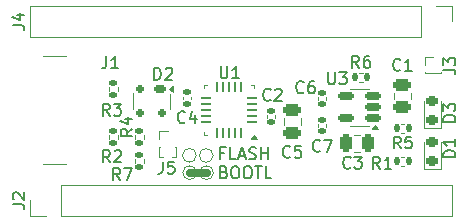
<source format=gbr>
%TF.GenerationSoftware,KiCad,Pcbnew,8.0.8*%
%TF.CreationDate,2025-02-10T14:02:50+00:00*%
%TF.ProjectId,stm32c071devboard,73746d33-3263-4303-9731-646576626f61,rev?*%
%TF.SameCoordinates,Original*%
%TF.FileFunction,Legend,Top*%
%TF.FilePolarity,Positive*%
%FSLAX46Y46*%
G04 Gerber Fmt 4.6, Leading zero omitted, Abs format (unit mm)*
G04 Created by KiCad (PCBNEW 8.0.8) date 2025-02-10 14:02:50*
%MOMM*%
%LPD*%
G01*
G04 APERTURE LIST*
G04 Aperture macros list*
%AMRoundRect*
0 Rectangle with rounded corners*
0 $1 Rounding radius*
0 $2 $3 $4 $5 $6 $7 $8 $9 X,Y pos of 4 corners*
0 Add a 4 corners polygon primitive as box body*
4,1,4,$2,$3,$4,$5,$6,$7,$8,$9,$2,$3,0*
0 Add four circle primitives for the rounded corners*
1,1,$1+$1,$2,$3*
1,1,$1+$1,$4,$5*
1,1,$1+$1,$6,$7*
1,1,$1+$1,$8,$9*
0 Add four rect primitives between the rounded corners*
20,1,$1+$1,$2,$3,$4,$5,0*
20,1,$1+$1,$4,$5,$6,$7,0*
20,1,$1+$1,$6,$7,$8,$9,0*
20,1,$1+$1,$8,$9,$2,$3,0*%
%AMFreePoly0*
4,1,14,0.230680,0.111820,0.364320,-0.021820,0.377500,-0.053640,0.377500,-0.080000,0.364320,-0.111820,0.332500,-0.125000,-0.332500,-0.125000,-0.364320,-0.111820,-0.377500,-0.080000,-0.377500,0.080000,-0.364320,0.111820,-0.332500,0.125000,0.198860,0.125000,0.230680,0.111820,0.230680,0.111820,$1*%
%AMFreePoly1*
4,1,14,0.364320,0.111820,0.377500,0.080000,0.377500,0.053640,0.364320,0.021820,0.230680,-0.111820,0.198860,-0.125000,-0.332500,-0.125000,-0.364320,-0.111820,-0.377500,-0.080000,-0.377500,0.080000,-0.364320,0.111820,-0.332500,0.125000,0.332500,0.125000,0.364320,0.111820,0.364320,0.111820,$1*%
%AMFreePoly2*
4,1,14,0.111820,0.364320,0.125000,0.332500,0.125000,-0.332500,0.111820,-0.364320,0.080000,-0.377500,-0.080000,-0.377500,-0.111820,-0.364320,-0.125000,-0.332500,-0.125000,0.198860,-0.111820,0.230680,0.021820,0.364320,0.053640,0.377500,0.080000,0.377500,0.111820,0.364320,0.111820,0.364320,$1*%
%AMFreePoly3*
4,1,14,-0.021820,0.364320,0.111820,0.230680,0.125000,0.198860,0.125000,-0.332500,0.111820,-0.364320,0.080000,-0.377500,-0.080000,-0.377500,-0.111820,-0.364320,-0.125000,-0.332500,-0.125000,0.332500,-0.111820,0.364320,-0.080000,0.377500,-0.053640,0.377500,-0.021820,0.364320,-0.021820,0.364320,$1*%
%AMFreePoly4*
4,1,14,0.364320,0.111820,0.377500,0.080000,0.377500,-0.080000,0.364320,-0.111820,0.332500,-0.125000,-0.198860,-0.125000,-0.230680,-0.111820,-0.364320,0.021820,-0.377500,0.053640,-0.377500,0.080000,-0.364320,0.111820,-0.332500,0.125000,0.332500,0.125000,0.364320,0.111820,0.364320,0.111820,$1*%
%AMFreePoly5*
4,1,14,0.364320,0.111820,0.377500,0.080000,0.377500,-0.080000,0.364320,-0.111820,0.332500,-0.125000,-0.332500,-0.125000,-0.364320,-0.111820,-0.377500,-0.080000,-0.377500,-0.053640,-0.364320,-0.021820,-0.230680,0.111820,-0.198860,0.125000,0.332500,0.125000,0.364320,0.111820,0.364320,0.111820,$1*%
%AMFreePoly6*
4,1,14,0.111820,0.364320,0.125000,0.332500,0.125000,-0.198860,0.111820,-0.230680,-0.021820,-0.364320,-0.053640,-0.377500,-0.080000,-0.377500,-0.111820,-0.364320,-0.125000,-0.332500,-0.125000,0.332500,-0.111820,0.364320,-0.080000,0.377500,0.080000,0.377500,0.111820,0.364320,0.111820,0.364320,$1*%
%AMFreePoly7*
4,1,14,0.111820,0.364320,0.125000,0.332500,0.125000,-0.332500,0.111820,-0.364320,0.080000,-0.377500,0.053640,-0.377500,0.021820,-0.364320,-0.111820,-0.230680,-0.125000,-0.198860,-0.125000,0.332500,-0.111820,0.364320,-0.080000,0.377500,0.080000,0.377500,0.111820,0.364320,0.111820,0.364320,$1*%
G04 Aperture macros list end*
%ADD10C,0.100000*%
%ADD11C,0.700000*%
%ADD12C,0.200000*%
%ADD13C,0.150000*%
%ADD14C,0.120000*%
%ADD15RoundRect,0.140000X0.170000X-0.140000X0.170000X0.140000X-0.170000X0.140000X-0.170000X-0.140000X0*%
%ADD16RoundRect,0.250000X0.475000X-0.250000X0.475000X0.250000X-0.475000X0.250000X-0.475000X-0.250000X0*%
%ADD17FreePoly0,180.000000*%
%ADD18RoundRect,0.062500X0.375000X0.062500X-0.375000X0.062500X-0.375000X-0.062500X0.375000X-0.062500X0*%
%ADD19FreePoly1,180.000000*%
%ADD20FreePoly2,180.000000*%
%ADD21RoundRect,0.062500X0.062500X0.375000X-0.062500X0.375000X-0.062500X-0.375000X0.062500X-0.375000X0*%
%ADD22FreePoly3,180.000000*%
%ADD23FreePoly4,180.000000*%
%ADD24FreePoly5,180.000000*%
%ADD25FreePoly6,180.000000*%
%ADD26FreePoly7,180.000000*%
%ADD27RoundRect,0.135000X0.185000X-0.135000X0.185000X0.135000X-0.185000X0.135000X-0.185000X-0.135000X0*%
%ADD28C,0.650000*%
%ADD29R,1.145000X0.600000*%
%ADD30R,1.240000X0.300000*%
%ADD31O,2.100000X1.000000*%
%ADD32O,1.800000X1.000000*%
%ADD33RoundRect,0.135000X-0.185000X0.135000X-0.185000X-0.135000X0.185000X-0.135000X0.185000X0.135000X0*%
%ADD34O,0.860000X0.770000*%
%ADD35RoundRect,0.250000X-0.250000X-0.475000X0.250000X-0.475000X0.250000X0.475000X-0.250000X0.475000X0*%
%ADD36RoundRect,0.135000X0.135000X0.185000X-0.135000X0.185000X-0.135000X-0.185000X0.135000X-0.185000X0*%
%ADD37R,1.700000X1.700000*%
%ADD38O,1.700000X1.700000*%
%ADD39RoundRect,0.140000X-0.170000X0.140000X-0.170000X-0.140000X0.170000X-0.140000X0.170000X0.140000X0*%
%ADD40RoundRect,0.150000X0.512500X0.150000X-0.512500X0.150000X-0.512500X-0.150000X0.512500X-0.150000X0*%
%ADD41RoundRect,0.218750X0.256250X-0.218750X0.256250X0.218750X-0.256250X0.218750X-0.256250X-0.218750X0*%
%ADD42RoundRect,0.175000X-0.325000X0.175000X-0.325000X-0.175000X0.325000X-0.175000X0.325000X0.175000X0*%
%ADD43RoundRect,0.150000X-0.150000X0.200000X-0.150000X-0.200000X0.150000X-0.200000X0.150000X0.200000X0*%
%ADD44R,0.850000X0.850000*%
%ADD45RoundRect,0.250000X-0.475000X0.250000X-0.475000X-0.250000X0.475000X-0.250000X0.475000X0.250000X0*%
G04 APERTURE END LIST*
D10*
X95520000Y-68840000D02*
G75*
G02*
X94352454Y-68840000I-583773J0D01*
G01*
X94352454Y-68840000D02*
G75*
G02*
X95520000Y-68840000I583773J0D01*
G01*
X96950000Y-68850000D02*
G75*
G02*
X95782454Y-68850000I-583773J0D01*
G01*
X95782454Y-68850000D02*
G75*
G02*
X96950000Y-68850000I583773J0D01*
G01*
X96980000Y-70310000D02*
G75*
G02*
X95812454Y-70310000I-583773J0D01*
G01*
X95812454Y-70310000D02*
G75*
G02*
X96980000Y-70310000I583773J0D01*
G01*
D11*
X94966227Y-70300000D02*
X96396227Y-70310000D01*
D10*
X95550000Y-70300000D02*
G75*
G02*
X94382454Y-70300000I-583773J0D01*
G01*
X94382454Y-70300000D02*
G75*
G02*
X95550000Y-70300000I583773J0D01*
G01*
D12*
X97869233Y-68643465D02*
X97535900Y-68643465D01*
X97535900Y-69167275D02*
X97535900Y-68167275D01*
X97535900Y-68167275D02*
X98012090Y-68167275D01*
X98869233Y-69167275D02*
X98393043Y-69167275D01*
X98393043Y-69167275D02*
X98393043Y-68167275D01*
X99154948Y-68881560D02*
X99631138Y-68881560D01*
X99059710Y-69167275D02*
X99393043Y-68167275D01*
X99393043Y-68167275D02*
X99726376Y-69167275D01*
X100012091Y-69119656D02*
X100154948Y-69167275D01*
X100154948Y-69167275D02*
X100393043Y-69167275D01*
X100393043Y-69167275D02*
X100488281Y-69119656D01*
X100488281Y-69119656D02*
X100535900Y-69072036D01*
X100535900Y-69072036D02*
X100583519Y-68976798D01*
X100583519Y-68976798D02*
X100583519Y-68881560D01*
X100583519Y-68881560D02*
X100535900Y-68786322D01*
X100535900Y-68786322D02*
X100488281Y-68738703D01*
X100488281Y-68738703D02*
X100393043Y-68691084D01*
X100393043Y-68691084D02*
X100202567Y-68643465D01*
X100202567Y-68643465D02*
X100107329Y-68595846D01*
X100107329Y-68595846D02*
X100059710Y-68548227D01*
X100059710Y-68548227D02*
X100012091Y-68452989D01*
X100012091Y-68452989D02*
X100012091Y-68357751D01*
X100012091Y-68357751D02*
X100059710Y-68262513D01*
X100059710Y-68262513D02*
X100107329Y-68214894D01*
X100107329Y-68214894D02*
X100202567Y-68167275D01*
X100202567Y-68167275D02*
X100440662Y-68167275D01*
X100440662Y-68167275D02*
X100583519Y-68214894D01*
X101012091Y-69167275D02*
X101012091Y-68167275D01*
X101012091Y-68643465D02*
X101583519Y-68643465D01*
X101583519Y-69167275D02*
X101583519Y-68167275D01*
X97869233Y-70253409D02*
X98012090Y-70301028D01*
X98012090Y-70301028D02*
X98059709Y-70348647D01*
X98059709Y-70348647D02*
X98107328Y-70443885D01*
X98107328Y-70443885D02*
X98107328Y-70586742D01*
X98107328Y-70586742D02*
X98059709Y-70681980D01*
X98059709Y-70681980D02*
X98012090Y-70729600D01*
X98012090Y-70729600D02*
X97916852Y-70777219D01*
X97916852Y-70777219D02*
X97535900Y-70777219D01*
X97535900Y-70777219D02*
X97535900Y-69777219D01*
X97535900Y-69777219D02*
X97869233Y-69777219D01*
X97869233Y-69777219D02*
X97964471Y-69824838D01*
X97964471Y-69824838D02*
X98012090Y-69872457D01*
X98012090Y-69872457D02*
X98059709Y-69967695D01*
X98059709Y-69967695D02*
X98059709Y-70062933D01*
X98059709Y-70062933D02*
X98012090Y-70158171D01*
X98012090Y-70158171D02*
X97964471Y-70205790D01*
X97964471Y-70205790D02*
X97869233Y-70253409D01*
X97869233Y-70253409D02*
X97535900Y-70253409D01*
X98726376Y-69777219D02*
X98916852Y-69777219D01*
X98916852Y-69777219D02*
X99012090Y-69824838D01*
X99012090Y-69824838D02*
X99107328Y-69920076D01*
X99107328Y-69920076D02*
X99154947Y-70110552D01*
X99154947Y-70110552D02*
X99154947Y-70443885D01*
X99154947Y-70443885D02*
X99107328Y-70634361D01*
X99107328Y-70634361D02*
X99012090Y-70729600D01*
X99012090Y-70729600D02*
X98916852Y-70777219D01*
X98916852Y-70777219D02*
X98726376Y-70777219D01*
X98726376Y-70777219D02*
X98631138Y-70729600D01*
X98631138Y-70729600D02*
X98535900Y-70634361D01*
X98535900Y-70634361D02*
X98488281Y-70443885D01*
X98488281Y-70443885D02*
X98488281Y-70110552D01*
X98488281Y-70110552D02*
X98535900Y-69920076D01*
X98535900Y-69920076D02*
X98631138Y-69824838D01*
X98631138Y-69824838D02*
X98726376Y-69777219D01*
X99773995Y-69777219D02*
X99964471Y-69777219D01*
X99964471Y-69777219D02*
X100059709Y-69824838D01*
X100059709Y-69824838D02*
X100154947Y-69920076D01*
X100154947Y-69920076D02*
X100202566Y-70110552D01*
X100202566Y-70110552D02*
X100202566Y-70443885D01*
X100202566Y-70443885D02*
X100154947Y-70634361D01*
X100154947Y-70634361D02*
X100059709Y-70729600D01*
X100059709Y-70729600D02*
X99964471Y-70777219D01*
X99964471Y-70777219D02*
X99773995Y-70777219D01*
X99773995Y-70777219D02*
X99678757Y-70729600D01*
X99678757Y-70729600D02*
X99583519Y-70634361D01*
X99583519Y-70634361D02*
X99535900Y-70443885D01*
X99535900Y-70443885D02*
X99535900Y-70110552D01*
X99535900Y-70110552D02*
X99583519Y-69920076D01*
X99583519Y-69920076D02*
X99678757Y-69824838D01*
X99678757Y-69824838D02*
X99773995Y-69777219D01*
X100488281Y-69777219D02*
X101059709Y-69777219D01*
X100773995Y-70777219D02*
X100773995Y-69777219D01*
X101869233Y-70777219D02*
X101393043Y-70777219D01*
X101393043Y-70777219D02*
X101393043Y-69777219D01*
D13*
X101814333Y-64113580D02*
X101766714Y-64161200D01*
X101766714Y-64161200D02*
X101623857Y-64208819D01*
X101623857Y-64208819D02*
X101528619Y-64208819D01*
X101528619Y-64208819D02*
X101385762Y-64161200D01*
X101385762Y-64161200D02*
X101290524Y-64065961D01*
X101290524Y-64065961D02*
X101242905Y-63970723D01*
X101242905Y-63970723D02*
X101195286Y-63780247D01*
X101195286Y-63780247D02*
X101195286Y-63637390D01*
X101195286Y-63637390D02*
X101242905Y-63446914D01*
X101242905Y-63446914D02*
X101290524Y-63351676D01*
X101290524Y-63351676D02*
X101385762Y-63256438D01*
X101385762Y-63256438D02*
X101528619Y-63208819D01*
X101528619Y-63208819D02*
X101623857Y-63208819D01*
X101623857Y-63208819D02*
X101766714Y-63256438D01*
X101766714Y-63256438D02*
X101814333Y-63304057D01*
X102195286Y-63304057D02*
X102242905Y-63256438D01*
X102242905Y-63256438D02*
X102338143Y-63208819D01*
X102338143Y-63208819D02*
X102576238Y-63208819D01*
X102576238Y-63208819D02*
X102671476Y-63256438D01*
X102671476Y-63256438D02*
X102719095Y-63304057D01*
X102719095Y-63304057D02*
X102766714Y-63399295D01*
X102766714Y-63399295D02*
X102766714Y-63494533D01*
X102766714Y-63494533D02*
X102719095Y-63637390D01*
X102719095Y-63637390D02*
X102147667Y-64208819D01*
X102147667Y-64208819D02*
X102766714Y-64208819D01*
X103465333Y-68939580D02*
X103417714Y-68987200D01*
X103417714Y-68987200D02*
X103274857Y-69034819D01*
X103274857Y-69034819D02*
X103179619Y-69034819D01*
X103179619Y-69034819D02*
X103036762Y-68987200D01*
X103036762Y-68987200D02*
X102941524Y-68891961D01*
X102941524Y-68891961D02*
X102893905Y-68796723D01*
X102893905Y-68796723D02*
X102846286Y-68606247D01*
X102846286Y-68606247D02*
X102846286Y-68463390D01*
X102846286Y-68463390D02*
X102893905Y-68272914D01*
X102893905Y-68272914D02*
X102941524Y-68177676D01*
X102941524Y-68177676D02*
X103036762Y-68082438D01*
X103036762Y-68082438D02*
X103179619Y-68034819D01*
X103179619Y-68034819D02*
X103274857Y-68034819D01*
X103274857Y-68034819D02*
X103417714Y-68082438D01*
X103417714Y-68082438D02*
X103465333Y-68130057D01*
X104370095Y-68034819D02*
X103893905Y-68034819D01*
X103893905Y-68034819D02*
X103846286Y-68511009D01*
X103846286Y-68511009D02*
X103893905Y-68463390D01*
X103893905Y-68463390D02*
X103989143Y-68415771D01*
X103989143Y-68415771D02*
X104227238Y-68415771D01*
X104227238Y-68415771D02*
X104322476Y-68463390D01*
X104322476Y-68463390D02*
X104370095Y-68511009D01*
X104370095Y-68511009D02*
X104417714Y-68606247D01*
X104417714Y-68606247D02*
X104417714Y-68844342D01*
X104417714Y-68844342D02*
X104370095Y-68939580D01*
X104370095Y-68939580D02*
X104322476Y-68987200D01*
X104322476Y-68987200D02*
X104227238Y-69034819D01*
X104227238Y-69034819D02*
X103989143Y-69034819D01*
X103989143Y-69034819D02*
X103893905Y-68987200D01*
X103893905Y-68987200D02*
X103846286Y-68939580D01*
X97588095Y-61304819D02*
X97588095Y-62114342D01*
X97588095Y-62114342D02*
X97635714Y-62209580D01*
X97635714Y-62209580D02*
X97683333Y-62257200D01*
X97683333Y-62257200D02*
X97778571Y-62304819D01*
X97778571Y-62304819D02*
X97969047Y-62304819D01*
X97969047Y-62304819D02*
X98064285Y-62257200D01*
X98064285Y-62257200D02*
X98111904Y-62209580D01*
X98111904Y-62209580D02*
X98159523Y-62114342D01*
X98159523Y-62114342D02*
X98159523Y-61304819D01*
X99159523Y-62304819D02*
X98588095Y-62304819D01*
X98873809Y-62304819D02*
X98873809Y-61304819D01*
X98873809Y-61304819D02*
X98778571Y-61447676D01*
X98778571Y-61447676D02*
X98683333Y-61542914D01*
X98683333Y-61542914D02*
X98588095Y-61590533D01*
X88187333Y-65478819D02*
X87854000Y-65002628D01*
X87615905Y-65478819D02*
X87615905Y-64478819D01*
X87615905Y-64478819D02*
X87996857Y-64478819D01*
X87996857Y-64478819D02*
X88092095Y-64526438D01*
X88092095Y-64526438D02*
X88139714Y-64574057D01*
X88139714Y-64574057D02*
X88187333Y-64669295D01*
X88187333Y-64669295D02*
X88187333Y-64812152D01*
X88187333Y-64812152D02*
X88139714Y-64907390D01*
X88139714Y-64907390D02*
X88092095Y-64955009D01*
X88092095Y-64955009D02*
X87996857Y-65002628D01*
X87996857Y-65002628D02*
X87615905Y-65002628D01*
X88520667Y-64478819D02*
X89139714Y-64478819D01*
X89139714Y-64478819D02*
X88806381Y-64859771D01*
X88806381Y-64859771D02*
X88949238Y-64859771D01*
X88949238Y-64859771D02*
X89044476Y-64907390D01*
X89044476Y-64907390D02*
X89092095Y-64955009D01*
X89092095Y-64955009D02*
X89139714Y-65050247D01*
X89139714Y-65050247D02*
X89139714Y-65288342D01*
X89139714Y-65288342D02*
X89092095Y-65383580D01*
X89092095Y-65383580D02*
X89044476Y-65431200D01*
X89044476Y-65431200D02*
X88949238Y-65478819D01*
X88949238Y-65478819D02*
X88663524Y-65478819D01*
X88663524Y-65478819D02*
X88568286Y-65431200D01*
X88568286Y-65431200D02*
X88520667Y-65383580D01*
X87916666Y-60454819D02*
X87916666Y-61169104D01*
X87916666Y-61169104D02*
X87869047Y-61311961D01*
X87869047Y-61311961D02*
X87773809Y-61407200D01*
X87773809Y-61407200D02*
X87630952Y-61454819D01*
X87630952Y-61454819D02*
X87535714Y-61454819D01*
X88916666Y-61454819D02*
X88345238Y-61454819D01*
X88630952Y-61454819D02*
X88630952Y-60454819D01*
X88630952Y-60454819D02*
X88535714Y-60597676D01*
X88535714Y-60597676D02*
X88440476Y-60692914D01*
X88440476Y-60692914D02*
X88345238Y-60740533D01*
X89083333Y-70914819D02*
X88750000Y-70438628D01*
X88511905Y-70914819D02*
X88511905Y-69914819D01*
X88511905Y-69914819D02*
X88892857Y-69914819D01*
X88892857Y-69914819D02*
X88988095Y-69962438D01*
X88988095Y-69962438D02*
X89035714Y-70010057D01*
X89035714Y-70010057D02*
X89083333Y-70105295D01*
X89083333Y-70105295D02*
X89083333Y-70248152D01*
X89083333Y-70248152D02*
X89035714Y-70343390D01*
X89035714Y-70343390D02*
X88988095Y-70391009D01*
X88988095Y-70391009D02*
X88892857Y-70438628D01*
X88892857Y-70438628D02*
X88511905Y-70438628D01*
X89416667Y-69914819D02*
X90083333Y-69914819D01*
X90083333Y-69914819D02*
X89654762Y-70914819D01*
X92686666Y-69384819D02*
X92686666Y-70099104D01*
X92686666Y-70099104D02*
X92639047Y-70241961D01*
X92639047Y-70241961D02*
X92543809Y-70337200D01*
X92543809Y-70337200D02*
X92400952Y-70384819D01*
X92400952Y-70384819D02*
X92305714Y-70384819D01*
X93639047Y-69384819D02*
X93162857Y-69384819D01*
X93162857Y-69384819D02*
X93115238Y-69861009D01*
X93115238Y-69861009D02*
X93162857Y-69813390D01*
X93162857Y-69813390D02*
X93258095Y-69765771D01*
X93258095Y-69765771D02*
X93496190Y-69765771D01*
X93496190Y-69765771D02*
X93591428Y-69813390D01*
X93591428Y-69813390D02*
X93639047Y-69861009D01*
X93639047Y-69861009D02*
X93686666Y-69956247D01*
X93686666Y-69956247D02*
X93686666Y-70194342D01*
X93686666Y-70194342D02*
X93639047Y-70289580D01*
X93639047Y-70289580D02*
X93591428Y-70337200D01*
X93591428Y-70337200D02*
X93496190Y-70384819D01*
X93496190Y-70384819D02*
X93258095Y-70384819D01*
X93258095Y-70384819D02*
X93162857Y-70337200D01*
X93162857Y-70337200D02*
X93115238Y-70289580D01*
X108583333Y-69859580D02*
X108535714Y-69907200D01*
X108535714Y-69907200D02*
X108392857Y-69954819D01*
X108392857Y-69954819D02*
X108297619Y-69954819D01*
X108297619Y-69954819D02*
X108154762Y-69907200D01*
X108154762Y-69907200D02*
X108059524Y-69811961D01*
X108059524Y-69811961D02*
X108011905Y-69716723D01*
X108011905Y-69716723D02*
X107964286Y-69526247D01*
X107964286Y-69526247D02*
X107964286Y-69383390D01*
X107964286Y-69383390D02*
X108011905Y-69192914D01*
X108011905Y-69192914D02*
X108059524Y-69097676D01*
X108059524Y-69097676D02*
X108154762Y-69002438D01*
X108154762Y-69002438D02*
X108297619Y-68954819D01*
X108297619Y-68954819D02*
X108392857Y-68954819D01*
X108392857Y-68954819D02*
X108535714Y-69002438D01*
X108535714Y-69002438D02*
X108583333Y-69050057D01*
X108916667Y-68954819D02*
X109535714Y-68954819D01*
X109535714Y-68954819D02*
X109202381Y-69335771D01*
X109202381Y-69335771D02*
X109345238Y-69335771D01*
X109345238Y-69335771D02*
X109440476Y-69383390D01*
X109440476Y-69383390D02*
X109488095Y-69431009D01*
X109488095Y-69431009D02*
X109535714Y-69526247D01*
X109535714Y-69526247D02*
X109535714Y-69764342D01*
X109535714Y-69764342D02*
X109488095Y-69859580D01*
X109488095Y-69859580D02*
X109440476Y-69907200D01*
X109440476Y-69907200D02*
X109345238Y-69954819D01*
X109345238Y-69954819D02*
X109059524Y-69954819D01*
X109059524Y-69954819D02*
X108964286Y-69907200D01*
X108964286Y-69907200D02*
X108916667Y-69859580D01*
X111083333Y-69954819D02*
X110750000Y-69478628D01*
X110511905Y-69954819D02*
X110511905Y-68954819D01*
X110511905Y-68954819D02*
X110892857Y-68954819D01*
X110892857Y-68954819D02*
X110988095Y-69002438D01*
X110988095Y-69002438D02*
X111035714Y-69050057D01*
X111035714Y-69050057D02*
X111083333Y-69145295D01*
X111083333Y-69145295D02*
X111083333Y-69288152D01*
X111083333Y-69288152D02*
X111035714Y-69383390D01*
X111035714Y-69383390D02*
X110988095Y-69431009D01*
X110988095Y-69431009D02*
X110892857Y-69478628D01*
X110892857Y-69478628D02*
X110511905Y-69478628D01*
X112035714Y-69954819D02*
X111464286Y-69954819D01*
X111750000Y-69954819D02*
X111750000Y-68954819D01*
X111750000Y-68954819D02*
X111654762Y-69097676D01*
X111654762Y-69097676D02*
X111559524Y-69192914D01*
X111559524Y-69192914D02*
X111464286Y-69240533D01*
X79972819Y-72977333D02*
X80687104Y-72977333D01*
X80687104Y-72977333D02*
X80829961Y-73024952D01*
X80829961Y-73024952D02*
X80925200Y-73120190D01*
X80925200Y-73120190D02*
X80972819Y-73263047D01*
X80972819Y-73263047D02*
X80972819Y-73358285D01*
X80068057Y-72548761D02*
X80020438Y-72501142D01*
X80020438Y-72501142D02*
X79972819Y-72405904D01*
X79972819Y-72405904D02*
X79972819Y-72167809D01*
X79972819Y-72167809D02*
X80020438Y-72072571D01*
X80020438Y-72072571D02*
X80068057Y-72024952D01*
X80068057Y-72024952D02*
X80163295Y-71977333D01*
X80163295Y-71977333D02*
X80258533Y-71977333D01*
X80258533Y-71977333D02*
X80401390Y-72024952D01*
X80401390Y-72024952D02*
X80972819Y-72596380D01*
X80972819Y-72596380D02*
X80972819Y-71977333D01*
X79972819Y-57833333D02*
X80687104Y-57833333D01*
X80687104Y-57833333D02*
X80829961Y-57880952D01*
X80829961Y-57880952D02*
X80925200Y-57976190D01*
X80925200Y-57976190D02*
X80972819Y-58119047D01*
X80972819Y-58119047D02*
X80972819Y-58214285D01*
X80306152Y-56928571D02*
X80972819Y-56928571D01*
X79925200Y-57166666D02*
X80639485Y-57404761D01*
X80639485Y-57404761D02*
X80639485Y-56785714D01*
X106005333Y-68431580D02*
X105957714Y-68479200D01*
X105957714Y-68479200D02*
X105814857Y-68526819D01*
X105814857Y-68526819D02*
X105719619Y-68526819D01*
X105719619Y-68526819D02*
X105576762Y-68479200D01*
X105576762Y-68479200D02*
X105481524Y-68383961D01*
X105481524Y-68383961D02*
X105433905Y-68288723D01*
X105433905Y-68288723D02*
X105386286Y-68098247D01*
X105386286Y-68098247D02*
X105386286Y-67955390D01*
X105386286Y-67955390D02*
X105433905Y-67764914D01*
X105433905Y-67764914D02*
X105481524Y-67669676D01*
X105481524Y-67669676D02*
X105576762Y-67574438D01*
X105576762Y-67574438D02*
X105719619Y-67526819D01*
X105719619Y-67526819D02*
X105814857Y-67526819D01*
X105814857Y-67526819D02*
X105957714Y-67574438D01*
X105957714Y-67574438D02*
X106005333Y-67622057D01*
X106338667Y-67526819D02*
X107005333Y-67526819D01*
X107005333Y-67526819D02*
X106576762Y-68526819D01*
X90116819Y-66587666D02*
X89640628Y-66920999D01*
X90116819Y-67159094D02*
X89116819Y-67159094D01*
X89116819Y-67159094D02*
X89116819Y-66778142D01*
X89116819Y-66778142D02*
X89164438Y-66682904D01*
X89164438Y-66682904D02*
X89212057Y-66635285D01*
X89212057Y-66635285D02*
X89307295Y-66587666D01*
X89307295Y-66587666D02*
X89450152Y-66587666D01*
X89450152Y-66587666D02*
X89545390Y-66635285D01*
X89545390Y-66635285D02*
X89593009Y-66682904D01*
X89593009Y-66682904D02*
X89640628Y-66778142D01*
X89640628Y-66778142D02*
X89640628Y-67159094D01*
X89450152Y-65730523D02*
X90116819Y-65730523D01*
X89069200Y-65968618D02*
X89783485Y-66206713D01*
X89783485Y-66206713D02*
X89783485Y-65587666D01*
X106680095Y-61811819D02*
X106680095Y-62621342D01*
X106680095Y-62621342D02*
X106727714Y-62716580D01*
X106727714Y-62716580D02*
X106775333Y-62764200D01*
X106775333Y-62764200D02*
X106870571Y-62811819D01*
X106870571Y-62811819D02*
X107061047Y-62811819D01*
X107061047Y-62811819D02*
X107156285Y-62764200D01*
X107156285Y-62764200D02*
X107203904Y-62716580D01*
X107203904Y-62716580D02*
X107251523Y-62621342D01*
X107251523Y-62621342D02*
X107251523Y-61811819D01*
X107632476Y-61811819D02*
X108251523Y-61811819D01*
X108251523Y-61811819D02*
X107918190Y-62192771D01*
X107918190Y-62192771D02*
X108061047Y-62192771D01*
X108061047Y-62192771D02*
X108156285Y-62240390D01*
X108156285Y-62240390D02*
X108203904Y-62288009D01*
X108203904Y-62288009D02*
X108251523Y-62383247D01*
X108251523Y-62383247D02*
X108251523Y-62621342D01*
X108251523Y-62621342D02*
X108203904Y-62716580D01*
X108203904Y-62716580D02*
X108156285Y-62764200D01*
X108156285Y-62764200D02*
X108061047Y-62811819D01*
X108061047Y-62811819D02*
X107775333Y-62811819D01*
X107775333Y-62811819D02*
X107680095Y-62764200D01*
X107680095Y-62764200D02*
X107632476Y-62716580D01*
X117454819Y-68988094D02*
X116454819Y-68988094D01*
X116454819Y-68988094D02*
X116454819Y-68749999D01*
X116454819Y-68749999D02*
X116502438Y-68607142D01*
X116502438Y-68607142D02*
X116597676Y-68511904D01*
X116597676Y-68511904D02*
X116692914Y-68464285D01*
X116692914Y-68464285D02*
X116883390Y-68416666D01*
X116883390Y-68416666D02*
X117026247Y-68416666D01*
X117026247Y-68416666D02*
X117216723Y-68464285D01*
X117216723Y-68464285D02*
X117311961Y-68511904D01*
X117311961Y-68511904D02*
X117407200Y-68607142D01*
X117407200Y-68607142D02*
X117454819Y-68749999D01*
X117454819Y-68749999D02*
X117454819Y-68988094D01*
X117454819Y-67464285D02*
X117454819Y-68035713D01*
X117454819Y-67749999D02*
X116454819Y-67749999D01*
X116454819Y-67749999D02*
X116597676Y-67845237D01*
X116597676Y-67845237D02*
X116692914Y-67940475D01*
X116692914Y-67940475D02*
X116740533Y-68035713D01*
X91971905Y-62430819D02*
X91971905Y-61430819D01*
X91971905Y-61430819D02*
X92210000Y-61430819D01*
X92210000Y-61430819D02*
X92352857Y-61478438D01*
X92352857Y-61478438D02*
X92448095Y-61573676D01*
X92448095Y-61573676D02*
X92495714Y-61668914D01*
X92495714Y-61668914D02*
X92543333Y-61859390D01*
X92543333Y-61859390D02*
X92543333Y-62002247D01*
X92543333Y-62002247D02*
X92495714Y-62192723D01*
X92495714Y-62192723D02*
X92448095Y-62287961D01*
X92448095Y-62287961D02*
X92352857Y-62383200D01*
X92352857Y-62383200D02*
X92210000Y-62430819D01*
X92210000Y-62430819D02*
X91971905Y-62430819D01*
X92924286Y-61526057D02*
X92971905Y-61478438D01*
X92971905Y-61478438D02*
X93067143Y-61430819D01*
X93067143Y-61430819D02*
X93305238Y-61430819D01*
X93305238Y-61430819D02*
X93400476Y-61478438D01*
X93400476Y-61478438D02*
X93448095Y-61526057D01*
X93448095Y-61526057D02*
X93495714Y-61621295D01*
X93495714Y-61621295D02*
X93495714Y-61716533D01*
X93495714Y-61716533D02*
X93448095Y-61859390D01*
X93448095Y-61859390D02*
X92876667Y-62430819D01*
X92876667Y-62430819D02*
X93495714Y-62430819D01*
X109307333Y-61414819D02*
X108974000Y-60938628D01*
X108735905Y-61414819D02*
X108735905Y-60414819D01*
X108735905Y-60414819D02*
X109116857Y-60414819D01*
X109116857Y-60414819D02*
X109212095Y-60462438D01*
X109212095Y-60462438D02*
X109259714Y-60510057D01*
X109259714Y-60510057D02*
X109307333Y-60605295D01*
X109307333Y-60605295D02*
X109307333Y-60748152D01*
X109307333Y-60748152D02*
X109259714Y-60843390D01*
X109259714Y-60843390D02*
X109212095Y-60891009D01*
X109212095Y-60891009D02*
X109116857Y-60938628D01*
X109116857Y-60938628D02*
X108735905Y-60938628D01*
X110164476Y-60414819D02*
X109974000Y-60414819D01*
X109974000Y-60414819D02*
X109878762Y-60462438D01*
X109878762Y-60462438D02*
X109831143Y-60510057D01*
X109831143Y-60510057D02*
X109735905Y-60652914D01*
X109735905Y-60652914D02*
X109688286Y-60843390D01*
X109688286Y-60843390D02*
X109688286Y-61224342D01*
X109688286Y-61224342D02*
X109735905Y-61319580D01*
X109735905Y-61319580D02*
X109783524Y-61367200D01*
X109783524Y-61367200D02*
X109878762Y-61414819D01*
X109878762Y-61414819D02*
X110069238Y-61414819D01*
X110069238Y-61414819D02*
X110164476Y-61367200D01*
X110164476Y-61367200D02*
X110212095Y-61319580D01*
X110212095Y-61319580D02*
X110259714Y-61224342D01*
X110259714Y-61224342D02*
X110259714Y-60986247D01*
X110259714Y-60986247D02*
X110212095Y-60891009D01*
X110212095Y-60891009D02*
X110164476Y-60843390D01*
X110164476Y-60843390D02*
X110069238Y-60795771D01*
X110069238Y-60795771D02*
X109878762Y-60795771D01*
X109878762Y-60795771D02*
X109783524Y-60843390D01*
X109783524Y-60843390D02*
X109735905Y-60891009D01*
X109735905Y-60891009D02*
X109688286Y-60986247D01*
X104608333Y-63478580D02*
X104560714Y-63526200D01*
X104560714Y-63526200D02*
X104417857Y-63573819D01*
X104417857Y-63573819D02*
X104322619Y-63573819D01*
X104322619Y-63573819D02*
X104179762Y-63526200D01*
X104179762Y-63526200D02*
X104084524Y-63430961D01*
X104084524Y-63430961D02*
X104036905Y-63335723D01*
X104036905Y-63335723D02*
X103989286Y-63145247D01*
X103989286Y-63145247D02*
X103989286Y-63002390D01*
X103989286Y-63002390D02*
X104036905Y-62811914D01*
X104036905Y-62811914D02*
X104084524Y-62716676D01*
X104084524Y-62716676D02*
X104179762Y-62621438D01*
X104179762Y-62621438D02*
X104322619Y-62573819D01*
X104322619Y-62573819D02*
X104417857Y-62573819D01*
X104417857Y-62573819D02*
X104560714Y-62621438D01*
X104560714Y-62621438D02*
X104608333Y-62669057D01*
X105465476Y-62573819D02*
X105275000Y-62573819D01*
X105275000Y-62573819D02*
X105179762Y-62621438D01*
X105179762Y-62621438D02*
X105132143Y-62669057D01*
X105132143Y-62669057D02*
X105036905Y-62811914D01*
X105036905Y-62811914D02*
X104989286Y-63002390D01*
X104989286Y-63002390D02*
X104989286Y-63383342D01*
X104989286Y-63383342D02*
X105036905Y-63478580D01*
X105036905Y-63478580D02*
X105084524Y-63526200D01*
X105084524Y-63526200D02*
X105179762Y-63573819D01*
X105179762Y-63573819D02*
X105370238Y-63573819D01*
X105370238Y-63573819D02*
X105465476Y-63526200D01*
X105465476Y-63526200D02*
X105513095Y-63478580D01*
X105513095Y-63478580D02*
X105560714Y-63383342D01*
X105560714Y-63383342D02*
X105560714Y-63145247D01*
X105560714Y-63145247D02*
X105513095Y-63050009D01*
X105513095Y-63050009D02*
X105465476Y-63002390D01*
X105465476Y-63002390D02*
X105370238Y-62954771D01*
X105370238Y-62954771D02*
X105179762Y-62954771D01*
X105179762Y-62954771D02*
X105084524Y-63002390D01*
X105084524Y-63002390D02*
X105036905Y-63050009D01*
X105036905Y-63050009D02*
X104989286Y-63145247D01*
X116454819Y-61583333D02*
X117169104Y-61583333D01*
X117169104Y-61583333D02*
X117311961Y-61630952D01*
X117311961Y-61630952D02*
X117407200Y-61726190D01*
X117407200Y-61726190D02*
X117454819Y-61869047D01*
X117454819Y-61869047D02*
X117454819Y-61964285D01*
X116454819Y-61202380D02*
X116454819Y-60583333D01*
X116454819Y-60583333D02*
X116835771Y-60916666D01*
X116835771Y-60916666D02*
X116835771Y-60773809D01*
X116835771Y-60773809D02*
X116883390Y-60678571D01*
X116883390Y-60678571D02*
X116931009Y-60630952D01*
X116931009Y-60630952D02*
X117026247Y-60583333D01*
X117026247Y-60583333D02*
X117264342Y-60583333D01*
X117264342Y-60583333D02*
X117359580Y-60630952D01*
X117359580Y-60630952D02*
X117407200Y-60678571D01*
X117407200Y-60678571D02*
X117454819Y-60773809D01*
X117454819Y-60773809D02*
X117454819Y-61059523D01*
X117454819Y-61059523D02*
X117407200Y-61154761D01*
X117407200Y-61154761D02*
X117359580Y-61202380D01*
X117454819Y-65988094D02*
X116454819Y-65988094D01*
X116454819Y-65988094D02*
X116454819Y-65749999D01*
X116454819Y-65749999D02*
X116502438Y-65607142D01*
X116502438Y-65607142D02*
X116597676Y-65511904D01*
X116597676Y-65511904D02*
X116692914Y-65464285D01*
X116692914Y-65464285D02*
X116883390Y-65416666D01*
X116883390Y-65416666D02*
X117026247Y-65416666D01*
X117026247Y-65416666D02*
X117216723Y-65464285D01*
X117216723Y-65464285D02*
X117311961Y-65511904D01*
X117311961Y-65511904D02*
X117407200Y-65607142D01*
X117407200Y-65607142D02*
X117454819Y-65749999D01*
X117454819Y-65749999D02*
X117454819Y-65988094D01*
X116454819Y-65083332D02*
X116454819Y-64464285D01*
X116454819Y-64464285D02*
X116835771Y-64797618D01*
X116835771Y-64797618D02*
X116835771Y-64654761D01*
X116835771Y-64654761D02*
X116883390Y-64559523D01*
X116883390Y-64559523D02*
X116931009Y-64511904D01*
X116931009Y-64511904D02*
X117026247Y-64464285D01*
X117026247Y-64464285D02*
X117264342Y-64464285D01*
X117264342Y-64464285D02*
X117359580Y-64511904D01*
X117359580Y-64511904D02*
X117407200Y-64559523D01*
X117407200Y-64559523D02*
X117454819Y-64654761D01*
X117454819Y-64654761D02*
X117454819Y-64940475D01*
X117454819Y-64940475D02*
X117407200Y-65035713D01*
X117407200Y-65035713D02*
X117359580Y-65083332D01*
X88225333Y-69415819D02*
X87892000Y-68939628D01*
X87653905Y-69415819D02*
X87653905Y-68415819D01*
X87653905Y-68415819D02*
X88034857Y-68415819D01*
X88034857Y-68415819D02*
X88130095Y-68463438D01*
X88130095Y-68463438D02*
X88177714Y-68511057D01*
X88177714Y-68511057D02*
X88225333Y-68606295D01*
X88225333Y-68606295D02*
X88225333Y-68749152D01*
X88225333Y-68749152D02*
X88177714Y-68844390D01*
X88177714Y-68844390D02*
X88130095Y-68892009D01*
X88130095Y-68892009D02*
X88034857Y-68939628D01*
X88034857Y-68939628D02*
X87653905Y-68939628D01*
X88606286Y-68511057D02*
X88653905Y-68463438D01*
X88653905Y-68463438D02*
X88749143Y-68415819D01*
X88749143Y-68415819D02*
X88987238Y-68415819D01*
X88987238Y-68415819D02*
X89082476Y-68463438D01*
X89082476Y-68463438D02*
X89130095Y-68511057D01*
X89130095Y-68511057D02*
X89177714Y-68606295D01*
X89177714Y-68606295D02*
X89177714Y-68701533D01*
X89177714Y-68701533D02*
X89130095Y-68844390D01*
X89130095Y-68844390D02*
X88558667Y-69415819D01*
X88558667Y-69415819D02*
X89177714Y-69415819D01*
X94575333Y-66018580D02*
X94527714Y-66066200D01*
X94527714Y-66066200D02*
X94384857Y-66113819D01*
X94384857Y-66113819D02*
X94289619Y-66113819D01*
X94289619Y-66113819D02*
X94146762Y-66066200D01*
X94146762Y-66066200D02*
X94051524Y-65970961D01*
X94051524Y-65970961D02*
X94003905Y-65875723D01*
X94003905Y-65875723D02*
X93956286Y-65685247D01*
X93956286Y-65685247D02*
X93956286Y-65542390D01*
X93956286Y-65542390D02*
X94003905Y-65351914D01*
X94003905Y-65351914D02*
X94051524Y-65256676D01*
X94051524Y-65256676D02*
X94146762Y-65161438D01*
X94146762Y-65161438D02*
X94289619Y-65113819D01*
X94289619Y-65113819D02*
X94384857Y-65113819D01*
X94384857Y-65113819D02*
X94527714Y-65161438D01*
X94527714Y-65161438D02*
X94575333Y-65209057D01*
X95432476Y-65447152D02*
X95432476Y-66113819D01*
X95194381Y-65066200D02*
X94956286Y-65780485D01*
X94956286Y-65780485D02*
X95575333Y-65780485D01*
X112833333Y-68252819D02*
X112500000Y-67776628D01*
X112261905Y-68252819D02*
X112261905Y-67252819D01*
X112261905Y-67252819D02*
X112642857Y-67252819D01*
X112642857Y-67252819D02*
X112738095Y-67300438D01*
X112738095Y-67300438D02*
X112785714Y-67348057D01*
X112785714Y-67348057D02*
X112833333Y-67443295D01*
X112833333Y-67443295D02*
X112833333Y-67586152D01*
X112833333Y-67586152D02*
X112785714Y-67681390D01*
X112785714Y-67681390D02*
X112738095Y-67729009D01*
X112738095Y-67729009D02*
X112642857Y-67776628D01*
X112642857Y-67776628D02*
X112261905Y-67776628D01*
X113738095Y-67252819D02*
X113261905Y-67252819D01*
X113261905Y-67252819D02*
X113214286Y-67729009D01*
X113214286Y-67729009D02*
X113261905Y-67681390D01*
X113261905Y-67681390D02*
X113357143Y-67633771D01*
X113357143Y-67633771D02*
X113595238Y-67633771D01*
X113595238Y-67633771D02*
X113690476Y-67681390D01*
X113690476Y-67681390D02*
X113738095Y-67729009D01*
X113738095Y-67729009D02*
X113785714Y-67824247D01*
X113785714Y-67824247D02*
X113785714Y-68062342D01*
X113785714Y-68062342D02*
X113738095Y-68157580D01*
X113738095Y-68157580D02*
X113690476Y-68205200D01*
X113690476Y-68205200D02*
X113595238Y-68252819D01*
X113595238Y-68252819D02*
X113357143Y-68252819D01*
X113357143Y-68252819D02*
X113261905Y-68205200D01*
X113261905Y-68205200D02*
X113214286Y-68157580D01*
X112808333Y-61573580D02*
X112760714Y-61621200D01*
X112760714Y-61621200D02*
X112617857Y-61668819D01*
X112617857Y-61668819D02*
X112522619Y-61668819D01*
X112522619Y-61668819D02*
X112379762Y-61621200D01*
X112379762Y-61621200D02*
X112284524Y-61525961D01*
X112284524Y-61525961D02*
X112236905Y-61430723D01*
X112236905Y-61430723D02*
X112189286Y-61240247D01*
X112189286Y-61240247D02*
X112189286Y-61097390D01*
X112189286Y-61097390D02*
X112236905Y-60906914D01*
X112236905Y-60906914D02*
X112284524Y-60811676D01*
X112284524Y-60811676D02*
X112379762Y-60716438D01*
X112379762Y-60716438D02*
X112522619Y-60668819D01*
X112522619Y-60668819D02*
X112617857Y-60668819D01*
X112617857Y-60668819D02*
X112760714Y-60716438D01*
X112760714Y-60716438D02*
X112808333Y-60764057D01*
X113760714Y-61668819D02*
X113189286Y-61668819D01*
X113475000Y-61668819D02*
X113475000Y-60668819D01*
X113475000Y-60668819D02*
X113379762Y-60811676D01*
X113379762Y-60811676D02*
X113284524Y-60906914D01*
X113284524Y-60906914D02*
X113189286Y-60954533D01*
D14*
%TO.C,C2*%
X101494000Y-65639836D02*
X101494000Y-65424164D01*
X102214000Y-65639836D02*
X102214000Y-65424164D01*
%TO.C,C5*%
X102925000Y-66235252D02*
X102925000Y-65712748D01*
X104395000Y-66235252D02*
X104395000Y-65712748D01*
%TO.C,U1*%
X96188000Y-62890000D02*
X96188000Y-63115000D01*
X96188000Y-67110000D02*
X96188000Y-66885000D01*
X96413000Y-62890000D02*
X96188000Y-62890000D01*
X96413000Y-67110000D02*
X96188000Y-67110000D01*
X100183000Y-62890000D02*
X100408000Y-62890000D01*
X100408000Y-62890000D02*
X100408000Y-63115000D01*
X100668000Y-67440000D02*
X100188000Y-67440000D01*
X100428000Y-67110000D01*
X100668000Y-67440000D01*
G36*
X100668000Y-67440000D02*
G01*
X100188000Y-67440000D01*
X100428000Y-67110000D01*
X100668000Y-67440000D01*
G37*
%TO.C,R3*%
X88120000Y-63401641D02*
X88120000Y-63094359D01*
X88880000Y-63401641D02*
X88880000Y-63094359D01*
%TO.C,J1*%
X82580000Y-69580000D02*
X84500000Y-69580000D01*
X84500000Y-60420000D02*
X82580000Y-60420000D01*
%TO.C,R7*%
X90298000Y-69188359D02*
X90298000Y-69495641D01*
X91058000Y-69188359D02*
X91058000Y-69495641D01*
%TO.C,J5*%
X92396000Y-66752000D02*
X93091000Y-66752000D01*
X92396000Y-67437000D02*
X92396000Y-66752000D01*
X92396000Y-68122000D02*
X92396000Y-68997000D01*
X92396000Y-68122000D02*
X92482724Y-68122000D01*
X92396000Y-68997000D02*
X92696507Y-68997000D01*
X93485493Y-68997000D02*
X93786000Y-68997000D01*
X93699276Y-68122000D02*
X93786000Y-68122000D01*
X93786000Y-68122000D02*
X93786000Y-68997000D01*
%TO.C,C3*%
X108892748Y-67083000D02*
X109415252Y-67083000D01*
X108892748Y-68553000D02*
X109415252Y-68553000D01*
%TO.C,R1*%
X113153641Y-68962000D02*
X112846359Y-68962000D01*
X113153641Y-69722000D02*
X112846359Y-69722000D01*
%TO.C,J2*%
X81474000Y-73974000D02*
X81474000Y-72644000D01*
X82804000Y-73974000D02*
X81474000Y-73974000D01*
X84074000Y-71314000D02*
X117154000Y-71314000D01*
X84074000Y-73974000D02*
X84074000Y-71314000D01*
X84074000Y-73974000D02*
X117154000Y-73974000D01*
X117154000Y-73974000D02*
X117154000Y-71314000D01*
%TO.C,J4*%
X81474000Y-56170000D02*
X81474000Y-58830000D01*
X114554000Y-56170000D02*
X81474000Y-56170000D01*
X114554000Y-56170000D02*
X114554000Y-58830000D01*
X114554000Y-58830000D02*
X81474000Y-58830000D01*
X115824000Y-56170000D02*
X117154000Y-56170000D01*
X117154000Y-56170000D02*
X117154000Y-57500000D01*
%TO.C,C7*%
X105812000Y-66214164D02*
X105812000Y-66429836D01*
X106532000Y-66214164D02*
X106532000Y-66429836D01*
%TO.C,R4*%
X90298000Y-67156359D02*
X90298000Y-67463641D01*
X91058000Y-67156359D02*
X91058000Y-67463641D01*
%TO.C,U3*%
X109362500Y-63208000D02*
X108562500Y-63208000D01*
X109362500Y-63208000D02*
X110162500Y-63208000D01*
X109362500Y-66328000D02*
X108562500Y-66328000D01*
X109362500Y-66328000D02*
X110162500Y-66328000D01*
X110902500Y-66608000D02*
X110422500Y-66608000D01*
X110662500Y-66278000D01*
X110902500Y-66608000D01*
G36*
X110902500Y-66608000D02*
G01*
X110422500Y-66608000D01*
X110662500Y-66278000D01*
X110902500Y-66608000D01*
G37*
%TO.C,D1*%
X114765000Y-67737500D02*
X114765000Y-70022500D01*
X114765000Y-70022500D02*
X116235000Y-70022500D01*
X116235000Y-70022500D02*
X116235000Y-67737500D01*
%TO.C,D2*%
X90150000Y-63596000D02*
X90150000Y-64896000D01*
X93270000Y-64896000D02*
X93270000Y-63626000D01*
X93550000Y-63486000D02*
X93220000Y-63246000D01*
X93550000Y-63006000D01*
X93550000Y-63486000D01*
G36*
X93550000Y-63486000D02*
G01*
X93220000Y-63246000D01*
X93550000Y-63006000D01*
X93550000Y-63486000D01*
G37*
%TO.C,R6*%
X109625641Y-61850000D02*
X109318359Y-61850000D01*
X109625641Y-62610000D02*
X109318359Y-62610000D01*
%TO.C,C6*%
X105812000Y-63928164D02*
X105812000Y-64143836D01*
X106532000Y-63928164D02*
X106532000Y-64143836D01*
%TO.C,J3*%
X114875000Y-60529000D02*
X115570000Y-60529000D01*
X114875000Y-61214000D02*
X114875000Y-60529000D01*
X114875000Y-61899000D02*
X114875000Y-61774000D01*
X114875000Y-61899000D02*
X114961724Y-61899000D01*
X114875000Y-61899000D02*
X116265000Y-61899000D01*
X116178276Y-61899000D02*
X116265000Y-61899000D01*
X116265000Y-61899000D02*
X116265000Y-61774000D01*
%TO.C,D3*%
X114765000Y-64237500D02*
X114765000Y-66522500D01*
X114765000Y-66522500D02*
X116235000Y-66522500D01*
X116235000Y-66522500D02*
X116235000Y-64237500D01*
%TO.C,R2*%
X88120000Y-67154359D02*
X88120000Y-67461641D01*
X88880000Y-67154359D02*
X88880000Y-67461641D01*
%TO.C,C4*%
X94382000Y-64087836D02*
X94382000Y-63872164D01*
X95102000Y-64087836D02*
X95102000Y-63872164D01*
%TO.C,R5*%
X113143641Y-66168000D02*
X112836359Y-66168000D01*
X113143641Y-66928000D02*
X112836359Y-66928000D01*
%TO.C,C1*%
X112240000Y-63538748D02*
X112240000Y-64061252D01*
X113710000Y-63538748D02*
X113710000Y-64061252D01*
%TD*%
%LPC*%
D15*
%TO.C,C2*%
X101854000Y-66012000D03*
X101854000Y-65052000D03*
%TD*%
D16*
%TO.C,C5*%
X103660000Y-66924000D03*
X103660000Y-65024000D03*
%TD*%
D17*
%TO.C,U1*%
X100295500Y-66500000D03*
D18*
X100235500Y-66000000D03*
X100235500Y-65500000D03*
X100235500Y-65000000D03*
X100235500Y-64500000D03*
X100235500Y-64000000D03*
D19*
X100295500Y-63500000D03*
D20*
X99798000Y-63002500D03*
D21*
X99298000Y-63062500D03*
X98798000Y-63062500D03*
X98298000Y-63062500D03*
X97798000Y-63062500D03*
X97298000Y-63062500D03*
D22*
X96798000Y-63002500D03*
D23*
X96300500Y-63500000D03*
D18*
X96360500Y-64000000D03*
X96360500Y-64500000D03*
X96360500Y-65000000D03*
X96360500Y-65500000D03*
X96360500Y-66000000D03*
D24*
X96300500Y-66500000D03*
D25*
X96798000Y-66997500D03*
D21*
X97298000Y-66937500D03*
X97798000Y-66937500D03*
X98298000Y-66937500D03*
X98798000Y-66937500D03*
X99298000Y-66937500D03*
D26*
X99798000Y-66997500D03*
%TD*%
D27*
%TO.C,R3*%
X88500000Y-63758000D03*
X88500000Y-62738000D03*
%TD*%
D28*
%TO.C,J1*%
X85255000Y-62110000D03*
X85255000Y-67890000D03*
D29*
X86422500Y-61800000D03*
X86422500Y-62600000D03*
D30*
X86375000Y-63750000D03*
X86375000Y-64750000D03*
X86375000Y-65250000D03*
X86375000Y-66250000D03*
D29*
X86422500Y-67400000D03*
X86422500Y-68200000D03*
X86422500Y-68200000D03*
X86422500Y-67400000D03*
D30*
X86375000Y-66750000D03*
X86375000Y-65750000D03*
X86375000Y-64250000D03*
X86375000Y-63250000D03*
D29*
X86422500Y-62600000D03*
X86422500Y-61800000D03*
D31*
X85775000Y-60680000D03*
D32*
X81575000Y-60680000D03*
D31*
X85775000Y-69320000D03*
D32*
X81575000Y-69320000D03*
%TD*%
D33*
%TO.C,R7*%
X90678000Y-68832000D03*
X90678000Y-69852000D03*
%TD*%
D34*
%TO.C,J5*%
X93091000Y-67437000D03*
X93091000Y-68437000D03*
%TD*%
D35*
%TO.C,C3*%
X108204000Y-67818000D03*
X110104000Y-67818000D03*
%TD*%
D36*
%TO.C,R1*%
X113510000Y-69342000D03*
X112490000Y-69342000D03*
%TD*%
D37*
%TO.C,J2*%
X82804000Y-72644000D03*
D38*
X85344000Y-72644000D03*
X87884000Y-72644000D03*
X90424000Y-72644000D03*
X92964000Y-72644000D03*
X95504000Y-72644000D03*
X98044000Y-72644000D03*
X100584000Y-72644000D03*
X103124000Y-72644000D03*
X105664000Y-72644000D03*
X108204000Y-72644000D03*
X110744000Y-72644000D03*
X113284000Y-72644000D03*
X115824000Y-72644000D03*
%TD*%
D37*
%TO.C,J4*%
X115824000Y-57500000D03*
D38*
X113284000Y-57500000D03*
X110744000Y-57500000D03*
X108204000Y-57500000D03*
X105664000Y-57500000D03*
X103124000Y-57500000D03*
X100584000Y-57500000D03*
X98044000Y-57500000D03*
X95504000Y-57500000D03*
X92964000Y-57500000D03*
X90424000Y-57500000D03*
X87884000Y-57500000D03*
X85344000Y-57500000D03*
X82804000Y-57500000D03*
%TD*%
D39*
%TO.C,C7*%
X106172000Y-65842000D03*
X106172000Y-66802000D03*
%TD*%
D33*
%TO.C,R4*%
X90678000Y-66800000D03*
X90678000Y-67820000D03*
%TD*%
D40*
%TO.C,U3*%
X110500000Y-65718000D03*
X110500000Y-64768000D03*
X110500000Y-63818000D03*
X108225000Y-63818000D03*
X108225000Y-65718000D03*
%TD*%
D41*
%TO.C,D1*%
X115500000Y-69325000D03*
X115500000Y-67750000D03*
%TD*%
D42*
%TO.C,D2*%
X92460000Y-63246000D03*
D43*
X90760000Y-63246000D03*
X90760000Y-65246000D03*
X92660000Y-65246000D03*
%TD*%
D36*
%TO.C,R6*%
X109982000Y-62230000D03*
X108962000Y-62230000D03*
%TD*%
D39*
%TO.C,C6*%
X106172000Y-63556000D03*
X106172000Y-64516000D03*
%TD*%
D44*
%TO.C,J3*%
X115570000Y-61214000D03*
%TD*%
D41*
%TO.C,D3*%
X115500000Y-65825000D03*
X115500000Y-64250000D03*
%TD*%
D33*
%TO.C,R2*%
X88500000Y-66798000D03*
X88500000Y-67818000D03*
%TD*%
D15*
%TO.C,C4*%
X94742000Y-64460000D03*
X94742000Y-63500000D03*
%TD*%
D36*
%TO.C,R5*%
X113500000Y-66548000D03*
X112480000Y-66548000D03*
%TD*%
D45*
%TO.C,C1*%
X112975000Y-62850000D03*
X112975000Y-64750000D03*
%TD*%
%LPD*%
M02*

</source>
